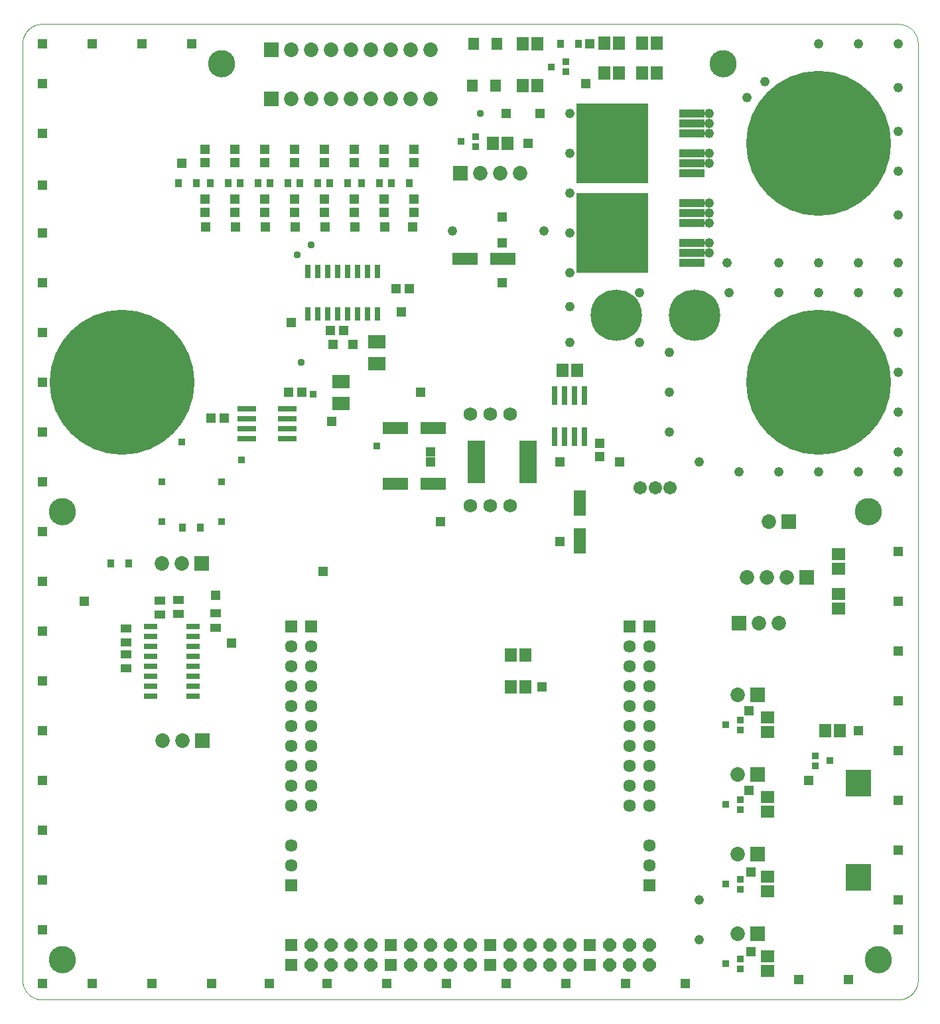
<source format=gts>
G75*
%MOIN*%
%OFA0B0*%
%FSLAX25Y25*%
%IPPOS*%
%LPD*%
%AMOC8*
5,1,8,0,0,1.08239X$1,22.5*
%
%ADD10C,0.00000*%
%ADD11R,0.04737X0.05131*%
%ADD12C,0.72800*%
%ADD13R,0.12611X0.03950*%
%ADD14R,0.36233X0.40170*%
%ADD15R,0.05918X0.06706*%
%ADD16R,0.05524X0.06312*%
%ADD17R,0.03162X0.09461*%
%ADD18C,0.06800*%
%ADD19R,0.03556X0.03556*%
%ADD20C,0.06343*%
%ADD21R,0.06343X0.06343*%
%ADD22OC8,0.06343*%
%ADD23R,0.08674X0.21666*%
%ADD24R,0.12611X0.06312*%
%ADD25R,0.06312X0.12611*%
%ADD26R,0.05131X0.04737*%
%ADD27R,0.12611X0.13595*%
%ADD28C,0.07296*%
%ADD29R,0.07296X0.07296*%
%ADD30R,0.06706X0.05918*%
%ADD31C,0.13650*%
%ADD32R,0.03280X0.04068*%
%ADD33R,0.06902X0.03162*%
%ADD34R,0.05524X0.03950*%
%ADD35R,0.08674X0.07099*%
%ADD36R,0.03162X0.06902*%
%ADD37R,0.09461X0.03162*%
%ADD38C,0.06706*%
%ADD39C,0.25800*%
%ADD40R,0.04762X0.04762*%
%ADD41C,0.04762*%
%ADD42C,0.03778*%
%ADD43R,0.03778X0.03778*%
D10*
X0021800Y0021800D02*
X0451800Y0021800D01*
X0452042Y0021803D01*
X0452283Y0021812D01*
X0452524Y0021826D01*
X0452765Y0021847D01*
X0453005Y0021873D01*
X0453245Y0021905D01*
X0453484Y0021943D01*
X0453721Y0021986D01*
X0453958Y0022036D01*
X0454193Y0022091D01*
X0454427Y0022151D01*
X0454659Y0022218D01*
X0454890Y0022289D01*
X0455119Y0022367D01*
X0455346Y0022450D01*
X0455571Y0022538D01*
X0455794Y0022632D01*
X0456014Y0022731D01*
X0456232Y0022836D01*
X0456447Y0022945D01*
X0456660Y0023060D01*
X0456870Y0023180D01*
X0457076Y0023305D01*
X0457280Y0023435D01*
X0457481Y0023570D01*
X0457678Y0023710D01*
X0457872Y0023854D01*
X0458062Y0024003D01*
X0458248Y0024157D01*
X0458431Y0024315D01*
X0458610Y0024477D01*
X0458785Y0024644D01*
X0458956Y0024815D01*
X0459123Y0024990D01*
X0459285Y0025169D01*
X0459443Y0025352D01*
X0459597Y0025538D01*
X0459746Y0025728D01*
X0459890Y0025922D01*
X0460030Y0026119D01*
X0460165Y0026320D01*
X0460295Y0026524D01*
X0460420Y0026730D01*
X0460540Y0026940D01*
X0460655Y0027153D01*
X0460764Y0027368D01*
X0460869Y0027586D01*
X0460968Y0027806D01*
X0461062Y0028029D01*
X0461150Y0028254D01*
X0461233Y0028481D01*
X0461311Y0028710D01*
X0461382Y0028941D01*
X0461449Y0029173D01*
X0461509Y0029407D01*
X0461564Y0029642D01*
X0461614Y0029879D01*
X0461657Y0030116D01*
X0461695Y0030355D01*
X0461727Y0030595D01*
X0461753Y0030835D01*
X0461774Y0031076D01*
X0461788Y0031317D01*
X0461797Y0031558D01*
X0461800Y0031800D01*
X0461800Y0501800D01*
X0461797Y0502042D01*
X0461788Y0502283D01*
X0461774Y0502524D01*
X0461753Y0502765D01*
X0461727Y0503005D01*
X0461695Y0503245D01*
X0461657Y0503484D01*
X0461614Y0503721D01*
X0461564Y0503958D01*
X0461509Y0504193D01*
X0461449Y0504427D01*
X0461382Y0504659D01*
X0461311Y0504890D01*
X0461233Y0505119D01*
X0461150Y0505346D01*
X0461062Y0505571D01*
X0460968Y0505794D01*
X0460869Y0506014D01*
X0460764Y0506232D01*
X0460655Y0506447D01*
X0460540Y0506660D01*
X0460420Y0506870D01*
X0460295Y0507076D01*
X0460165Y0507280D01*
X0460030Y0507481D01*
X0459890Y0507678D01*
X0459746Y0507872D01*
X0459597Y0508062D01*
X0459443Y0508248D01*
X0459285Y0508431D01*
X0459123Y0508610D01*
X0458956Y0508785D01*
X0458785Y0508956D01*
X0458610Y0509123D01*
X0458431Y0509285D01*
X0458248Y0509443D01*
X0458062Y0509597D01*
X0457872Y0509746D01*
X0457678Y0509890D01*
X0457481Y0510030D01*
X0457280Y0510165D01*
X0457076Y0510295D01*
X0456870Y0510420D01*
X0456660Y0510540D01*
X0456447Y0510655D01*
X0456232Y0510764D01*
X0456014Y0510869D01*
X0455794Y0510968D01*
X0455571Y0511062D01*
X0455346Y0511150D01*
X0455119Y0511233D01*
X0454890Y0511311D01*
X0454659Y0511382D01*
X0454427Y0511449D01*
X0454193Y0511509D01*
X0453958Y0511564D01*
X0453721Y0511614D01*
X0453484Y0511657D01*
X0453245Y0511695D01*
X0453005Y0511727D01*
X0452765Y0511753D01*
X0452524Y0511774D01*
X0452283Y0511788D01*
X0452042Y0511797D01*
X0451800Y0511800D01*
X0021800Y0511800D01*
X0021558Y0511797D01*
X0021317Y0511788D01*
X0021076Y0511774D01*
X0020835Y0511753D01*
X0020595Y0511727D01*
X0020355Y0511695D01*
X0020116Y0511657D01*
X0019879Y0511614D01*
X0019642Y0511564D01*
X0019407Y0511509D01*
X0019173Y0511449D01*
X0018941Y0511382D01*
X0018710Y0511311D01*
X0018481Y0511233D01*
X0018254Y0511150D01*
X0018029Y0511062D01*
X0017806Y0510968D01*
X0017586Y0510869D01*
X0017368Y0510764D01*
X0017153Y0510655D01*
X0016940Y0510540D01*
X0016730Y0510420D01*
X0016524Y0510295D01*
X0016320Y0510165D01*
X0016119Y0510030D01*
X0015922Y0509890D01*
X0015728Y0509746D01*
X0015538Y0509597D01*
X0015352Y0509443D01*
X0015169Y0509285D01*
X0014990Y0509123D01*
X0014815Y0508956D01*
X0014644Y0508785D01*
X0014477Y0508610D01*
X0014315Y0508431D01*
X0014157Y0508248D01*
X0014003Y0508062D01*
X0013854Y0507872D01*
X0013710Y0507678D01*
X0013570Y0507481D01*
X0013435Y0507280D01*
X0013305Y0507076D01*
X0013180Y0506870D01*
X0013060Y0506660D01*
X0012945Y0506447D01*
X0012836Y0506232D01*
X0012731Y0506014D01*
X0012632Y0505794D01*
X0012538Y0505571D01*
X0012450Y0505346D01*
X0012367Y0505119D01*
X0012289Y0504890D01*
X0012218Y0504659D01*
X0012151Y0504427D01*
X0012091Y0504193D01*
X0012036Y0503958D01*
X0011986Y0503721D01*
X0011943Y0503484D01*
X0011905Y0503245D01*
X0011873Y0503005D01*
X0011847Y0502765D01*
X0011826Y0502524D01*
X0011812Y0502283D01*
X0011803Y0502042D01*
X0011800Y0501800D01*
X0011800Y0031800D01*
X0011803Y0031558D01*
X0011812Y0031317D01*
X0011826Y0031076D01*
X0011847Y0030835D01*
X0011873Y0030595D01*
X0011905Y0030355D01*
X0011943Y0030116D01*
X0011986Y0029879D01*
X0012036Y0029642D01*
X0012091Y0029407D01*
X0012151Y0029173D01*
X0012218Y0028941D01*
X0012289Y0028710D01*
X0012367Y0028481D01*
X0012450Y0028254D01*
X0012538Y0028029D01*
X0012632Y0027806D01*
X0012731Y0027586D01*
X0012836Y0027368D01*
X0012945Y0027153D01*
X0013060Y0026940D01*
X0013180Y0026730D01*
X0013305Y0026524D01*
X0013435Y0026320D01*
X0013570Y0026119D01*
X0013710Y0025922D01*
X0013854Y0025728D01*
X0014003Y0025538D01*
X0014157Y0025352D01*
X0014315Y0025169D01*
X0014477Y0024990D01*
X0014644Y0024815D01*
X0014815Y0024644D01*
X0014990Y0024477D01*
X0015169Y0024315D01*
X0015352Y0024157D01*
X0015538Y0024003D01*
X0015728Y0023854D01*
X0015922Y0023710D01*
X0016119Y0023570D01*
X0016320Y0023435D01*
X0016524Y0023305D01*
X0016730Y0023180D01*
X0016940Y0023060D01*
X0017153Y0022945D01*
X0017368Y0022836D01*
X0017586Y0022731D01*
X0017806Y0022632D01*
X0018029Y0022538D01*
X0018254Y0022450D01*
X0018481Y0022367D01*
X0018710Y0022289D01*
X0018941Y0022218D01*
X0019173Y0022151D01*
X0019407Y0022091D01*
X0019642Y0022036D01*
X0019879Y0021986D01*
X0020116Y0021943D01*
X0020355Y0021905D01*
X0020595Y0021873D01*
X0020835Y0021847D01*
X0021076Y0021826D01*
X0021317Y0021812D01*
X0021558Y0021803D01*
X0021800Y0021800D01*
X0025375Y0041800D02*
X0025377Y0041960D01*
X0025383Y0042120D01*
X0025393Y0042280D01*
X0025407Y0042440D01*
X0025425Y0042599D01*
X0025447Y0042758D01*
X0025473Y0042916D01*
X0025502Y0043073D01*
X0025536Y0043230D01*
X0025574Y0043385D01*
X0025615Y0043540D01*
X0025660Y0043694D01*
X0025710Y0043846D01*
X0025762Y0043997D01*
X0025819Y0044147D01*
X0025880Y0044296D01*
X0025944Y0044443D01*
X0026011Y0044588D01*
X0026083Y0044731D01*
X0026157Y0044873D01*
X0026236Y0045013D01*
X0026318Y0045150D01*
X0026403Y0045286D01*
X0026491Y0045419D01*
X0026583Y0045551D01*
X0026678Y0045679D01*
X0026777Y0045806D01*
X0026878Y0045930D01*
X0026983Y0046051D01*
X0027090Y0046170D01*
X0027201Y0046286D01*
X0027314Y0046399D01*
X0027430Y0046510D01*
X0027549Y0046617D01*
X0027670Y0046722D01*
X0027794Y0046823D01*
X0027921Y0046922D01*
X0028049Y0047017D01*
X0028181Y0047109D01*
X0028314Y0047197D01*
X0028450Y0047282D01*
X0028588Y0047364D01*
X0028727Y0047443D01*
X0028869Y0047517D01*
X0029012Y0047589D01*
X0029157Y0047656D01*
X0029304Y0047720D01*
X0029453Y0047781D01*
X0029603Y0047838D01*
X0029754Y0047890D01*
X0029906Y0047940D01*
X0030060Y0047985D01*
X0030215Y0048026D01*
X0030370Y0048064D01*
X0030527Y0048098D01*
X0030684Y0048127D01*
X0030842Y0048153D01*
X0031001Y0048175D01*
X0031160Y0048193D01*
X0031320Y0048207D01*
X0031480Y0048217D01*
X0031640Y0048223D01*
X0031800Y0048225D01*
X0031960Y0048223D01*
X0032120Y0048217D01*
X0032280Y0048207D01*
X0032440Y0048193D01*
X0032599Y0048175D01*
X0032758Y0048153D01*
X0032916Y0048127D01*
X0033073Y0048098D01*
X0033230Y0048064D01*
X0033385Y0048026D01*
X0033540Y0047985D01*
X0033694Y0047940D01*
X0033846Y0047890D01*
X0033997Y0047838D01*
X0034147Y0047781D01*
X0034296Y0047720D01*
X0034443Y0047656D01*
X0034588Y0047589D01*
X0034731Y0047517D01*
X0034873Y0047443D01*
X0035013Y0047364D01*
X0035150Y0047282D01*
X0035286Y0047197D01*
X0035419Y0047109D01*
X0035551Y0047017D01*
X0035679Y0046922D01*
X0035806Y0046823D01*
X0035930Y0046722D01*
X0036051Y0046617D01*
X0036170Y0046510D01*
X0036286Y0046399D01*
X0036399Y0046286D01*
X0036510Y0046170D01*
X0036617Y0046051D01*
X0036722Y0045930D01*
X0036823Y0045806D01*
X0036922Y0045679D01*
X0037017Y0045551D01*
X0037109Y0045419D01*
X0037197Y0045286D01*
X0037282Y0045150D01*
X0037364Y0045012D01*
X0037443Y0044873D01*
X0037517Y0044731D01*
X0037589Y0044588D01*
X0037656Y0044443D01*
X0037720Y0044296D01*
X0037781Y0044147D01*
X0037838Y0043997D01*
X0037890Y0043846D01*
X0037940Y0043694D01*
X0037985Y0043540D01*
X0038026Y0043385D01*
X0038064Y0043230D01*
X0038098Y0043073D01*
X0038127Y0042916D01*
X0038153Y0042758D01*
X0038175Y0042599D01*
X0038193Y0042440D01*
X0038207Y0042280D01*
X0038217Y0042120D01*
X0038223Y0041960D01*
X0038225Y0041800D01*
X0038223Y0041640D01*
X0038217Y0041480D01*
X0038207Y0041320D01*
X0038193Y0041160D01*
X0038175Y0041001D01*
X0038153Y0040842D01*
X0038127Y0040684D01*
X0038098Y0040527D01*
X0038064Y0040370D01*
X0038026Y0040215D01*
X0037985Y0040060D01*
X0037940Y0039906D01*
X0037890Y0039754D01*
X0037838Y0039603D01*
X0037781Y0039453D01*
X0037720Y0039304D01*
X0037656Y0039157D01*
X0037589Y0039012D01*
X0037517Y0038869D01*
X0037443Y0038727D01*
X0037364Y0038587D01*
X0037282Y0038450D01*
X0037197Y0038314D01*
X0037109Y0038181D01*
X0037017Y0038049D01*
X0036922Y0037921D01*
X0036823Y0037794D01*
X0036722Y0037670D01*
X0036617Y0037549D01*
X0036510Y0037430D01*
X0036399Y0037314D01*
X0036286Y0037201D01*
X0036170Y0037090D01*
X0036051Y0036983D01*
X0035930Y0036878D01*
X0035806Y0036777D01*
X0035679Y0036678D01*
X0035551Y0036583D01*
X0035419Y0036491D01*
X0035286Y0036403D01*
X0035150Y0036318D01*
X0035012Y0036236D01*
X0034873Y0036157D01*
X0034731Y0036083D01*
X0034588Y0036011D01*
X0034443Y0035944D01*
X0034296Y0035880D01*
X0034147Y0035819D01*
X0033997Y0035762D01*
X0033846Y0035710D01*
X0033694Y0035660D01*
X0033540Y0035615D01*
X0033385Y0035574D01*
X0033230Y0035536D01*
X0033073Y0035502D01*
X0032916Y0035473D01*
X0032758Y0035447D01*
X0032599Y0035425D01*
X0032440Y0035407D01*
X0032280Y0035393D01*
X0032120Y0035383D01*
X0031960Y0035377D01*
X0031800Y0035375D01*
X0031640Y0035377D01*
X0031480Y0035383D01*
X0031320Y0035393D01*
X0031160Y0035407D01*
X0031001Y0035425D01*
X0030842Y0035447D01*
X0030684Y0035473D01*
X0030527Y0035502D01*
X0030370Y0035536D01*
X0030215Y0035574D01*
X0030060Y0035615D01*
X0029906Y0035660D01*
X0029754Y0035710D01*
X0029603Y0035762D01*
X0029453Y0035819D01*
X0029304Y0035880D01*
X0029157Y0035944D01*
X0029012Y0036011D01*
X0028869Y0036083D01*
X0028727Y0036157D01*
X0028587Y0036236D01*
X0028450Y0036318D01*
X0028314Y0036403D01*
X0028181Y0036491D01*
X0028049Y0036583D01*
X0027921Y0036678D01*
X0027794Y0036777D01*
X0027670Y0036878D01*
X0027549Y0036983D01*
X0027430Y0037090D01*
X0027314Y0037201D01*
X0027201Y0037314D01*
X0027090Y0037430D01*
X0026983Y0037549D01*
X0026878Y0037670D01*
X0026777Y0037794D01*
X0026678Y0037921D01*
X0026583Y0038049D01*
X0026491Y0038181D01*
X0026403Y0038314D01*
X0026318Y0038450D01*
X0026236Y0038588D01*
X0026157Y0038727D01*
X0026083Y0038869D01*
X0026011Y0039012D01*
X0025944Y0039157D01*
X0025880Y0039304D01*
X0025819Y0039453D01*
X0025762Y0039603D01*
X0025710Y0039754D01*
X0025660Y0039906D01*
X0025615Y0040060D01*
X0025574Y0040215D01*
X0025536Y0040370D01*
X0025502Y0040527D01*
X0025473Y0040684D01*
X0025447Y0040842D01*
X0025425Y0041001D01*
X0025407Y0041160D01*
X0025393Y0041320D01*
X0025383Y0041480D01*
X0025377Y0041640D01*
X0025375Y0041800D01*
X0025375Y0266800D02*
X0025377Y0266960D01*
X0025383Y0267120D01*
X0025393Y0267280D01*
X0025407Y0267440D01*
X0025425Y0267599D01*
X0025447Y0267758D01*
X0025473Y0267916D01*
X0025502Y0268073D01*
X0025536Y0268230D01*
X0025574Y0268385D01*
X0025615Y0268540D01*
X0025660Y0268694D01*
X0025710Y0268846D01*
X0025762Y0268997D01*
X0025819Y0269147D01*
X0025880Y0269296D01*
X0025944Y0269443D01*
X0026011Y0269588D01*
X0026083Y0269731D01*
X0026157Y0269873D01*
X0026236Y0270013D01*
X0026318Y0270150D01*
X0026403Y0270286D01*
X0026491Y0270419D01*
X0026583Y0270551D01*
X0026678Y0270679D01*
X0026777Y0270806D01*
X0026878Y0270930D01*
X0026983Y0271051D01*
X0027090Y0271170D01*
X0027201Y0271286D01*
X0027314Y0271399D01*
X0027430Y0271510D01*
X0027549Y0271617D01*
X0027670Y0271722D01*
X0027794Y0271823D01*
X0027921Y0271922D01*
X0028049Y0272017D01*
X0028181Y0272109D01*
X0028314Y0272197D01*
X0028450Y0272282D01*
X0028588Y0272364D01*
X0028727Y0272443D01*
X0028869Y0272517D01*
X0029012Y0272589D01*
X0029157Y0272656D01*
X0029304Y0272720D01*
X0029453Y0272781D01*
X0029603Y0272838D01*
X0029754Y0272890D01*
X0029906Y0272940D01*
X0030060Y0272985D01*
X0030215Y0273026D01*
X0030370Y0273064D01*
X0030527Y0273098D01*
X0030684Y0273127D01*
X0030842Y0273153D01*
X0031001Y0273175D01*
X0031160Y0273193D01*
X0031320Y0273207D01*
X0031480Y0273217D01*
X0031640Y0273223D01*
X0031800Y0273225D01*
X0031960Y0273223D01*
X0032120Y0273217D01*
X0032280Y0273207D01*
X0032440Y0273193D01*
X0032599Y0273175D01*
X0032758Y0273153D01*
X0032916Y0273127D01*
X0033073Y0273098D01*
X0033230Y0273064D01*
X0033385Y0273026D01*
X0033540Y0272985D01*
X0033694Y0272940D01*
X0033846Y0272890D01*
X0033997Y0272838D01*
X0034147Y0272781D01*
X0034296Y0272720D01*
X0034443Y0272656D01*
X0034588Y0272589D01*
X0034731Y0272517D01*
X0034873Y0272443D01*
X0035013Y0272364D01*
X0035150Y0272282D01*
X0035286Y0272197D01*
X0035419Y0272109D01*
X0035551Y0272017D01*
X0035679Y0271922D01*
X0035806Y0271823D01*
X0035930Y0271722D01*
X0036051Y0271617D01*
X0036170Y0271510D01*
X0036286Y0271399D01*
X0036399Y0271286D01*
X0036510Y0271170D01*
X0036617Y0271051D01*
X0036722Y0270930D01*
X0036823Y0270806D01*
X0036922Y0270679D01*
X0037017Y0270551D01*
X0037109Y0270419D01*
X0037197Y0270286D01*
X0037282Y0270150D01*
X0037364Y0270012D01*
X0037443Y0269873D01*
X0037517Y0269731D01*
X0037589Y0269588D01*
X0037656Y0269443D01*
X0037720Y0269296D01*
X0037781Y0269147D01*
X0037838Y0268997D01*
X0037890Y0268846D01*
X0037940Y0268694D01*
X0037985Y0268540D01*
X0038026Y0268385D01*
X0038064Y0268230D01*
X0038098Y0268073D01*
X0038127Y0267916D01*
X0038153Y0267758D01*
X0038175Y0267599D01*
X0038193Y0267440D01*
X0038207Y0267280D01*
X0038217Y0267120D01*
X0038223Y0266960D01*
X0038225Y0266800D01*
X0038223Y0266640D01*
X0038217Y0266480D01*
X0038207Y0266320D01*
X0038193Y0266160D01*
X0038175Y0266001D01*
X0038153Y0265842D01*
X0038127Y0265684D01*
X0038098Y0265527D01*
X0038064Y0265370D01*
X0038026Y0265215D01*
X0037985Y0265060D01*
X0037940Y0264906D01*
X0037890Y0264754D01*
X0037838Y0264603D01*
X0037781Y0264453D01*
X0037720Y0264304D01*
X0037656Y0264157D01*
X0037589Y0264012D01*
X0037517Y0263869D01*
X0037443Y0263727D01*
X0037364Y0263587D01*
X0037282Y0263450D01*
X0037197Y0263314D01*
X0037109Y0263181D01*
X0037017Y0263049D01*
X0036922Y0262921D01*
X0036823Y0262794D01*
X0036722Y0262670D01*
X0036617Y0262549D01*
X0036510Y0262430D01*
X0036399Y0262314D01*
X0036286Y0262201D01*
X0036170Y0262090D01*
X0036051Y0261983D01*
X0035930Y0261878D01*
X0035806Y0261777D01*
X0035679Y0261678D01*
X0035551Y0261583D01*
X0035419Y0261491D01*
X0035286Y0261403D01*
X0035150Y0261318D01*
X0035012Y0261236D01*
X0034873Y0261157D01*
X0034731Y0261083D01*
X0034588Y0261011D01*
X0034443Y0260944D01*
X0034296Y0260880D01*
X0034147Y0260819D01*
X0033997Y0260762D01*
X0033846Y0260710D01*
X0033694Y0260660D01*
X0033540Y0260615D01*
X0033385Y0260574D01*
X0033230Y0260536D01*
X0033073Y0260502D01*
X0032916Y0260473D01*
X0032758Y0260447D01*
X0032599Y0260425D01*
X0032440Y0260407D01*
X0032280Y0260393D01*
X0032120Y0260383D01*
X0031960Y0260377D01*
X0031800Y0260375D01*
X0031640Y0260377D01*
X0031480Y0260383D01*
X0031320Y0260393D01*
X0031160Y0260407D01*
X0031001Y0260425D01*
X0030842Y0260447D01*
X0030684Y0260473D01*
X0030527Y0260502D01*
X0030370Y0260536D01*
X0030215Y0260574D01*
X0030060Y0260615D01*
X0029906Y0260660D01*
X0029754Y0260710D01*
X0029603Y0260762D01*
X0029453Y0260819D01*
X0029304Y0260880D01*
X0029157Y0260944D01*
X0029012Y0261011D01*
X0028869Y0261083D01*
X0028727Y0261157D01*
X0028587Y0261236D01*
X0028450Y0261318D01*
X0028314Y0261403D01*
X0028181Y0261491D01*
X0028049Y0261583D01*
X0027921Y0261678D01*
X0027794Y0261777D01*
X0027670Y0261878D01*
X0027549Y0261983D01*
X0027430Y0262090D01*
X0027314Y0262201D01*
X0027201Y0262314D01*
X0027090Y0262430D01*
X0026983Y0262549D01*
X0026878Y0262670D01*
X0026777Y0262794D01*
X0026678Y0262921D01*
X0026583Y0263049D01*
X0026491Y0263181D01*
X0026403Y0263314D01*
X0026318Y0263450D01*
X0026236Y0263588D01*
X0026157Y0263727D01*
X0026083Y0263869D01*
X0026011Y0264012D01*
X0025944Y0264157D01*
X0025880Y0264304D01*
X0025819Y0264453D01*
X0025762Y0264603D01*
X0025710Y0264754D01*
X0025660Y0264906D01*
X0025615Y0265060D01*
X0025574Y0265215D01*
X0025536Y0265370D01*
X0025502Y0265527D01*
X0025473Y0265684D01*
X0025447Y0265842D01*
X0025425Y0266001D01*
X0025407Y0266160D01*
X0025393Y0266320D01*
X0025383Y0266480D01*
X0025377Y0266640D01*
X0025375Y0266800D01*
X0105375Y0491800D02*
X0105377Y0491960D01*
X0105383Y0492120D01*
X0105393Y0492280D01*
X0105407Y0492440D01*
X0105425Y0492599D01*
X0105447Y0492758D01*
X0105473Y0492916D01*
X0105502Y0493073D01*
X0105536Y0493230D01*
X0105574Y0493385D01*
X0105615Y0493540D01*
X0105660Y0493694D01*
X0105710Y0493846D01*
X0105762Y0493997D01*
X0105819Y0494147D01*
X0105880Y0494296D01*
X0105944Y0494443D01*
X0106011Y0494588D01*
X0106083Y0494731D01*
X0106157Y0494873D01*
X0106236Y0495013D01*
X0106318Y0495150D01*
X0106403Y0495286D01*
X0106491Y0495419D01*
X0106583Y0495551D01*
X0106678Y0495679D01*
X0106777Y0495806D01*
X0106878Y0495930D01*
X0106983Y0496051D01*
X0107090Y0496170D01*
X0107201Y0496286D01*
X0107314Y0496399D01*
X0107430Y0496510D01*
X0107549Y0496617D01*
X0107670Y0496722D01*
X0107794Y0496823D01*
X0107921Y0496922D01*
X0108049Y0497017D01*
X0108181Y0497109D01*
X0108314Y0497197D01*
X0108450Y0497282D01*
X0108588Y0497364D01*
X0108727Y0497443D01*
X0108869Y0497517D01*
X0109012Y0497589D01*
X0109157Y0497656D01*
X0109304Y0497720D01*
X0109453Y0497781D01*
X0109603Y0497838D01*
X0109754Y0497890D01*
X0109906Y0497940D01*
X0110060Y0497985D01*
X0110215Y0498026D01*
X0110370Y0498064D01*
X0110527Y0498098D01*
X0110684Y0498127D01*
X0110842Y0498153D01*
X0111001Y0498175D01*
X0111160Y0498193D01*
X0111320Y0498207D01*
X0111480Y0498217D01*
X0111640Y0498223D01*
X0111800Y0498225D01*
X0111960Y0498223D01*
X0112120Y0498217D01*
X0112280Y0498207D01*
X0112440Y0498193D01*
X0112599Y0498175D01*
X0112758Y0498153D01*
X0112916Y0498127D01*
X0113073Y0498098D01*
X0113230Y0498064D01*
X0113385Y0498026D01*
X0113540Y0497985D01*
X0113694Y0497940D01*
X0113846Y0497890D01*
X0113997Y0497838D01*
X0114147Y0497781D01*
X0114296Y0497720D01*
X0114443Y0497656D01*
X0114588Y0497589D01*
X0114731Y0497517D01*
X0114873Y0497443D01*
X0115013Y0497364D01*
X0115150Y0497282D01*
X0115286Y0497197D01*
X0115419Y0497109D01*
X0115551Y0497017D01*
X0115679Y0496922D01*
X0115806Y0496823D01*
X0115930Y0496722D01*
X0116051Y0496617D01*
X0116170Y0496510D01*
X0116286Y0496399D01*
X0116399Y0496286D01*
X0116510Y0496170D01*
X0116617Y0496051D01*
X0116722Y0495930D01*
X0116823Y0495806D01*
X0116922Y0495679D01*
X0117017Y0495551D01*
X0117109Y0495419D01*
X0117197Y0495286D01*
X0117282Y0495150D01*
X0117364Y0495012D01*
X0117443Y0494873D01*
X0117517Y0494731D01*
X0117589Y0494588D01*
X0117656Y0494443D01*
X0117720Y0494296D01*
X0117781Y0494147D01*
X0117838Y0493997D01*
X0117890Y0493846D01*
X0117940Y0493694D01*
X0117985Y0493540D01*
X0118026Y0493385D01*
X0118064Y0493230D01*
X0118098Y0493073D01*
X0118127Y0492916D01*
X0118153Y0492758D01*
X0118175Y0492599D01*
X0118193Y0492440D01*
X0118207Y0492280D01*
X0118217Y0492120D01*
X0118223Y0491960D01*
X0118225Y0491800D01*
X0118223Y0491640D01*
X0118217Y0491480D01*
X0118207Y0491320D01*
X0118193Y0491160D01*
X0118175Y0491001D01*
X0118153Y0490842D01*
X0118127Y0490684D01*
X0118098Y0490527D01*
X0118064Y0490370D01*
X0118026Y0490215D01*
X0117985Y0490060D01*
X0117940Y0489906D01*
X0117890Y0489754D01*
X0117838Y0489603D01*
X0117781Y0489453D01*
X0117720Y0489304D01*
X0117656Y0489157D01*
X0117589Y0489012D01*
X0117517Y0488869D01*
X0117443Y0488727D01*
X0117364Y0488587D01*
X0117282Y0488450D01*
X0117197Y0488314D01*
X0117109Y0488181D01*
X0117017Y0488049D01*
X0116922Y0487921D01*
X0116823Y0487794D01*
X0116722Y0487670D01*
X0116617Y0487549D01*
X0116510Y0487430D01*
X0116399Y0487314D01*
X0116286Y0487201D01*
X0116170Y0487090D01*
X0116051Y0486983D01*
X0115930Y0486878D01*
X0115806Y0486777D01*
X0115679Y0486678D01*
X0115551Y0486583D01*
X0115419Y0486491D01*
X0115286Y0486403D01*
X0115150Y0486318D01*
X0115012Y0486236D01*
X0114873Y0486157D01*
X0114731Y0486083D01*
X0114588Y0486011D01*
X0114443Y0485944D01*
X0114296Y0485880D01*
X0114147Y0485819D01*
X0113997Y0485762D01*
X0113846Y0485710D01*
X0113694Y0485660D01*
X0113540Y0485615D01*
X0113385Y0485574D01*
X0113230Y0485536D01*
X0113073Y0485502D01*
X0112916Y0485473D01*
X0112758Y0485447D01*
X0112599Y0485425D01*
X0112440Y0485407D01*
X0112280Y0485393D01*
X0112120Y0485383D01*
X0111960Y0485377D01*
X0111800Y0485375D01*
X0111640Y0485377D01*
X0111480Y0485383D01*
X0111320Y0485393D01*
X0111160Y0485407D01*
X0111001Y0485425D01*
X0110842Y0485447D01*
X0110684Y0485473D01*
X0110527Y0485502D01*
X0110370Y0485536D01*
X0110215Y0485574D01*
X0110060Y0485615D01*
X0109906Y0485660D01*
X0109754Y0485710D01*
X0109603Y0485762D01*
X0109453Y0485819D01*
X0109304Y0485880D01*
X0109157Y0485944D01*
X0109012Y0486011D01*
X0108869Y0486083D01*
X0108727Y0486157D01*
X0108587Y0486236D01*
X0108450Y0486318D01*
X0108314Y0486403D01*
X0108181Y0486491D01*
X0108049Y0486583D01*
X0107921Y0486678D01*
X0107794Y0486777D01*
X0107670Y0486878D01*
X0107549Y0486983D01*
X0107430Y0487090D01*
X0107314Y0487201D01*
X0107201Y0487314D01*
X0107090Y0487430D01*
X0106983Y0487549D01*
X0106878Y0487670D01*
X0106777Y0487794D01*
X0106678Y0487921D01*
X0106583Y0488049D01*
X0106491Y0488181D01*
X0106403Y0488314D01*
X0106318Y0488450D01*
X0106236Y0488588D01*
X0106157Y0488727D01*
X0106083Y0488869D01*
X0106011Y0489012D01*
X0105944Y0489157D01*
X0105880Y0489304D01*
X0105819Y0489453D01*
X0105762Y0489603D01*
X0105710Y0489754D01*
X0105660Y0489906D01*
X0105615Y0490060D01*
X0105574Y0490215D01*
X0105536Y0490370D01*
X0105502Y0490527D01*
X0105473Y0490684D01*
X0105447Y0490842D01*
X0105425Y0491001D01*
X0105407Y0491160D01*
X0105393Y0491320D01*
X0105383Y0491480D01*
X0105377Y0491640D01*
X0105375Y0491800D01*
X0357375Y0491800D02*
X0357377Y0491960D01*
X0357383Y0492120D01*
X0357393Y0492280D01*
X0357407Y0492440D01*
X0357425Y0492599D01*
X0357447Y0492758D01*
X0357473Y0492916D01*
X0357502Y0493073D01*
X0357536Y0493230D01*
X0357574Y0493385D01*
X0357615Y0493540D01*
X0357660Y0493694D01*
X0357710Y0493846D01*
X0357762Y0493997D01*
X0357819Y0494147D01*
X0357880Y0494296D01*
X0357944Y0494443D01*
X0358011Y0494588D01*
X0358083Y0494731D01*
X0358157Y0494873D01*
X0358236Y0495013D01*
X0358318Y0495150D01*
X0358403Y0495286D01*
X0358491Y0495419D01*
X0358583Y0495551D01*
X0358678Y0495679D01*
X0358777Y0495806D01*
X0358878Y0495930D01*
X0358983Y0496051D01*
X0359090Y0496170D01*
X0359201Y0496286D01*
X0359314Y0496399D01*
X0359430Y0496510D01*
X0359549Y0496617D01*
X0359670Y0496722D01*
X0359794Y0496823D01*
X0359921Y0496922D01*
X0360049Y0497017D01*
X0360181Y0497109D01*
X0360314Y0497197D01*
X0360450Y0497282D01*
X0360588Y0497364D01*
X0360727Y0497443D01*
X0360869Y0497517D01*
X0361012Y0497589D01*
X0361157Y0497656D01*
X0361304Y0497720D01*
X0361453Y0497781D01*
X0361603Y0497838D01*
X0361754Y0497890D01*
X0361906Y0497940D01*
X0362060Y0497985D01*
X0362215Y0498026D01*
X0362370Y0498064D01*
X0362527Y0498098D01*
X0362684Y0498127D01*
X0362842Y0498153D01*
X0363001Y0498175D01*
X0363160Y0498193D01*
X0363320Y0498207D01*
X0363480Y0498217D01*
X0363640Y0498223D01*
X0363800Y0498225D01*
X0363960Y0498223D01*
X0364120Y0498217D01*
X0364280Y0498207D01*
X0364440Y0498193D01*
X0364599Y0498175D01*
X0364758Y0498153D01*
X0364916Y0498127D01*
X0365073Y0498098D01*
X0365230Y0498064D01*
X0365385Y0498026D01*
X0365540Y0497985D01*
X0365694Y0497940D01*
X0365846Y0497890D01*
X0365997Y0497838D01*
X0366147Y0497781D01*
X0366296Y0497720D01*
X0366443Y0497656D01*
X0366588Y0497589D01*
X0366731Y0497517D01*
X0366873Y0497443D01*
X0367013Y0497364D01*
X0367150Y0497282D01*
X0367286Y0497197D01*
X0367419Y0497109D01*
X0367551Y0497017D01*
X0367679Y0496922D01*
X0367806Y0496823D01*
X0367930Y0496722D01*
X0368051Y0496617D01*
X0368170Y0496510D01*
X0368286Y0496399D01*
X0368399Y0496286D01*
X0368510Y0496170D01*
X0368617Y0496051D01*
X0368722Y0495930D01*
X0368823Y0495806D01*
X0368922Y0495679D01*
X0369017Y0495551D01*
X0369109Y0495419D01*
X0369197Y0495286D01*
X0369282Y0495150D01*
X0369364Y0495012D01*
X0369443Y0494873D01*
X0369517Y0494731D01*
X0369589Y0494588D01*
X0369656Y0494443D01*
X0369720Y0494296D01*
X0369781Y0494147D01*
X0369838Y0493997D01*
X0369890Y0493846D01*
X0369940Y0493694D01*
X0369985Y0493540D01*
X0370026Y0493385D01*
X0370064Y0493230D01*
X0370098Y0493073D01*
X0370127Y0492916D01*
X0370153Y0492758D01*
X0370175Y0492599D01*
X0370193Y0492440D01*
X0370207Y0492280D01*
X0370217Y0492120D01*
X0370223Y0491960D01*
X0370225Y0491800D01*
X0370223Y0491640D01*
X0370217Y0491480D01*
X0370207Y0491320D01*
X0370193Y0491160D01*
X0370175Y0491001D01*
X0370153Y0490842D01*
X0370127Y0490684D01*
X0370098Y0490527D01*
X0370064Y0490370D01*
X0370026Y0490215D01*
X0369985Y0490060D01*
X0369940Y0489906D01*
X0369890Y0489754D01*
X0369838Y0489603D01*
X0369781Y0489453D01*
X0369720Y0489304D01*
X0369656Y0489157D01*
X0369589Y0489012D01*
X0369517Y0488869D01*
X0369443Y0488727D01*
X0369364Y0488587D01*
X0369282Y0488450D01*
X0369197Y0488314D01*
X0369109Y0488181D01*
X0369017Y0488049D01*
X0368922Y0487921D01*
X0368823Y0487794D01*
X0368722Y0487670D01*
X0368617Y0487549D01*
X0368510Y0487430D01*
X0368399Y0487314D01*
X0368286Y0487201D01*
X0368170Y0487090D01*
X0368051Y0486983D01*
X0367930Y0486878D01*
X0367806Y0486777D01*
X0367679Y0486678D01*
X0367551Y0486583D01*
X0367419Y0486491D01*
X0367286Y0486403D01*
X0367150Y0486318D01*
X0367012Y0486236D01*
X0366873Y0486157D01*
X0366731Y0486083D01*
X0366588Y0486011D01*
X0366443Y0485944D01*
X0366296Y0485880D01*
X0366147Y0485819D01*
X0365997Y0485762D01*
X0365846Y0485710D01*
X0365694Y0485660D01*
X0365540Y0485615D01*
X0365385Y0485574D01*
X0365230Y0485536D01*
X0365073Y0485502D01*
X0364916Y0485473D01*
X0364758Y0485447D01*
X0364599Y0485425D01*
X0364440Y0485407D01*
X0364280Y0485393D01*
X0364120Y0485383D01*
X0363960Y0485377D01*
X0363800Y0485375D01*
X0363640Y0485377D01*
X0363480Y0485383D01*
X0363320Y0485393D01*
X0363160Y0485407D01*
X0363001Y0485425D01*
X0362842Y0485447D01*
X0362684Y0485473D01*
X0362527Y0485502D01*
X0362370Y0485536D01*
X0362215Y0485574D01*
X0362060Y0485615D01*
X0361906Y0485660D01*
X0361754Y0485710D01*
X0361603Y0485762D01*
X0361453Y0485819D01*
X0361304Y0485880D01*
X0361157Y0485944D01*
X0361012Y0486011D01*
X0360869Y0486083D01*
X0360727Y0486157D01*
X0360587Y0486236D01*
X0360450Y0486318D01*
X0360314Y0486403D01*
X0360181Y0486491D01*
X0360049Y0486583D01*
X0359921Y0486678D01*
X0359794Y0486777D01*
X0359670Y0486878D01*
X0359549Y0486983D01*
X0359430Y0487090D01*
X0359314Y0487201D01*
X0359201Y0487314D01*
X0359090Y0487430D01*
X0358983Y0487549D01*
X0358878Y0487670D01*
X0358777Y0487794D01*
X0358678Y0487921D01*
X0358583Y0488049D01*
X0358491Y0488181D01*
X0358403Y0488314D01*
X0358318Y0488450D01*
X0358236Y0488588D01*
X0358157Y0488727D01*
X0358083Y0488869D01*
X0358011Y0489012D01*
X0357944Y0489157D01*
X0357880Y0489304D01*
X0357819Y0489453D01*
X0357762Y0489603D01*
X0357710Y0489754D01*
X0357660Y0489906D01*
X0357615Y0490060D01*
X0357574Y0490215D01*
X0357536Y0490370D01*
X0357502Y0490527D01*
X0357473Y0490684D01*
X0357447Y0490842D01*
X0357425Y0491001D01*
X0357407Y0491160D01*
X0357393Y0491320D01*
X0357383Y0491480D01*
X0357377Y0491640D01*
X0357375Y0491800D01*
X0430375Y0266800D02*
X0430377Y0266960D01*
X0430383Y0267120D01*
X0430393Y0267280D01*
X0430407Y0267440D01*
X0430425Y0267599D01*
X0430447Y0267758D01*
X0430473Y0267916D01*
X0430502Y0268073D01*
X0430536Y0268230D01*
X0430574Y0268385D01*
X0430615Y0268540D01*
X0430660Y0268694D01*
X0430710Y0268846D01*
X0430762Y0268997D01*
X0430819Y0269147D01*
X0430880Y0269296D01*
X0430944Y0269443D01*
X0431011Y0269588D01*
X0431083Y0269731D01*
X0431157Y0269873D01*
X0431236Y0270013D01*
X0431318Y0270150D01*
X0431403Y0270286D01*
X0431491Y0270419D01*
X0431583Y0270551D01*
X0431678Y0270679D01*
X0431777Y0270806D01*
X0431878Y0270930D01*
X0431983Y0271051D01*
X0432090Y0271170D01*
X0432201Y0271286D01*
X0432314Y0271399D01*
X0432430Y0271510D01*
X0432549Y0271617D01*
X0432670Y0271722D01*
X0432794Y0271823D01*
X0432921Y0271922D01*
X0433049Y0272017D01*
X0433181Y0272109D01*
X0433314Y0272197D01*
X0433450Y0272282D01*
X0433588Y0272364D01*
X0433727Y0272443D01*
X0433869Y0272517D01*
X0434012Y0272589D01*
X0434157Y0272656D01*
X0434304Y0272720D01*
X0434453Y0272781D01*
X0434603Y0272838D01*
X0434754Y0272890D01*
X0434906Y0272940D01*
X0435060Y0272985D01*
X0435215Y0273026D01*
X0435370Y0273064D01*
X0435527Y0273098D01*
X0435684Y0273127D01*
X0435842Y0273153D01*
X0436001Y0273175D01*
X0436160Y0273193D01*
X0436320Y0273207D01*
X0436480Y0273217D01*
X0436640Y0273223D01*
X0436800Y0273225D01*
X0436960Y0273223D01*
X0437120Y0273217D01*
X0437280Y0273207D01*
X0437440Y0273193D01*
X0437599Y0273175D01*
X0437758Y0273153D01*
X0437916Y0273127D01*
X0438073Y0273098D01*
X0438230Y0273064D01*
X0438385Y0273026D01*
X0438540Y0272985D01*
X0438694Y0272940D01*
X0438846Y0272890D01*
X0438997Y0272838D01*
X0439147Y0272781D01*
X0439296Y0272720D01*
X0439443Y0272656D01*
X0439588Y0272589D01*
X0439731Y0272517D01*
X0439873Y0272443D01*
X0440013Y0272364D01*
X0440150Y0272282D01*
X0440286Y0272197D01*
X0440419Y0272109D01*
X0440551Y0272017D01*
X0440679Y0271922D01*
X0440806Y0271823D01*
X0440930Y0271722D01*
X0441051Y0271617D01*
X0441170Y0271510D01*
X0441286Y0271399D01*
X0441399Y0271286D01*
X0441510Y0271170D01*
X0441617Y0271051D01*
X0441722Y0270930D01*
X0441823Y0270806D01*
X0441922Y0270679D01*
X0442017Y0270551D01*
X0442109Y0270419D01*
X0442197Y0270286D01*
X0442282Y0270150D01*
X0442364Y0270012D01*
X0442443Y0269873D01*
X0442517Y0269731D01*
X0442589Y0269588D01*
X0442656Y0269443D01*
X0442720Y0269296D01*
X0442781Y0269147D01*
X0442838Y0268997D01*
X0442890Y0268846D01*
X0442940Y0268694D01*
X0442985Y0268540D01*
X0443026Y0268385D01*
X0443064Y0268230D01*
X0443098Y0268073D01*
X0443127Y0267916D01*
X0443153Y0267758D01*
X0443175Y0267599D01*
X0443193Y0267440D01*
X0443207Y0267280D01*
X0443217Y0267120D01*
X0443223Y0266960D01*
X0443225Y0266800D01*
X0443223Y0266640D01*
X0443217Y0266480D01*
X0443207Y0266320D01*
X0443193Y0266160D01*
X0443175Y0266001D01*
X0443153Y0265842D01*
X0443127Y0265684D01*
X0443098Y0265527D01*
X0443064Y0265370D01*
X0443026Y0265215D01*
X0442985Y0265060D01*
X0442940Y0264906D01*
X0442890Y0264754D01*
X0442838Y0264603D01*
X0442781Y0264453D01*
X0442720Y0264304D01*
X0442656Y0264157D01*
X0442589Y0264012D01*
X0442517Y0263869D01*
X0442443Y0263727D01*
X0442364Y0263587D01*
X0442282Y0263450D01*
X0442197Y0263314D01*
X0442109Y0263181D01*
X0442017Y0263049D01*
X0441922Y0262921D01*
X0441823Y0262794D01*
X0441722Y0262670D01*
X0441617Y0262549D01*
X0441510Y0262430D01*
X0441399Y0262314D01*
X0441286Y0262201D01*
X0441170Y0262090D01*
X0441051Y0261983D01*
X0440930Y0261878D01*
X0440806Y0261777D01*
X0440679Y0261678D01*
X0440551Y0261583D01*
X0440419Y0261491D01*
X0440286Y0261403D01*
X0440150Y0261318D01*
X0440012Y0261236D01*
X0439873Y0261157D01*
X0439731Y0261083D01*
X0439588Y0261011D01*
X0439443Y0260944D01*
X0439296Y0260880D01*
X0439147Y0260819D01*
X0438997Y0260762D01*
X0438846Y0260710D01*
X0438694Y0260660D01*
X0438540Y0260615D01*
X0438385Y0260574D01*
X0438230Y0260536D01*
X0438073Y0260502D01*
X0437916Y0260473D01*
X0437758Y0260447D01*
X0437599Y0260425D01*
X0437440Y0260407D01*
X0437280Y0260393D01*
X0437120Y0260383D01*
X0436960Y0260377D01*
X0436800Y0260375D01*
X0436640Y0260377D01*
X0436480Y0260383D01*
X0436320Y0260393D01*
X0436160Y0260407D01*
X0436001Y0260425D01*
X0435842Y0260447D01*
X0435684Y0260473D01*
X0435527Y0260502D01*
X0435370Y0260536D01*
X0435215Y0260574D01*
X0435060Y0260615D01*
X0434906Y0260660D01*
X0434754Y0260710D01*
X0434603Y0260762D01*
X0434453Y0260819D01*
X0434304Y0260880D01*
X0434157Y0260944D01*
X0434012Y0261011D01*
X0433869Y0261083D01*
X0433727Y0261157D01*
X0433587Y0261236D01*
X0433450Y0261318D01*
X0433314Y0261403D01*
X0433181Y0261491D01*
X0433049Y0261583D01*
X0432921Y0261678D01*
X0432794Y0261777D01*
X0432670Y0261878D01*
X0432549Y0261983D01*
X0432430Y0262090D01*
X0432314Y0262201D01*
X0432201Y0262314D01*
X0432090Y0262430D01*
X0431983Y0262549D01*
X0431878Y0262670D01*
X0431777Y0262794D01*
X0431678Y0262921D01*
X0431583Y0263049D01*
X0431491Y0263181D01*
X0431403Y0263314D01*
X0431318Y0263450D01*
X0431236Y0263588D01*
X0431157Y0263727D01*
X0431083Y0263869D01*
X0431011Y0264012D01*
X0430944Y0264157D01*
X0430880Y0264304D01*
X0430819Y0264453D01*
X0430762Y0264603D01*
X0430710Y0264754D01*
X0430660Y0264906D01*
X0430615Y0265060D01*
X0430574Y0265215D01*
X0430536Y0265370D01*
X0430502Y0265527D01*
X0430473Y0265684D01*
X0430447Y0265842D01*
X0430425Y0266001D01*
X0430407Y0266160D01*
X0430393Y0266320D01*
X0430383Y0266480D01*
X0430377Y0266640D01*
X0430375Y0266800D01*
X0435375Y0041800D02*
X0435377Y0041960D01*
X0435383Y0042120D01*
X0435393Y0042280D01*
X0435407Y0042440D01*
X0435425Y0042599D01*
X0435447Y0042758D01*
X0435473Y0042916D01*
X0435502Y0043073D01*
X0435536Y0043230D01*
X0435574Y0043385D01*
X0435615Y0043540D01*
X0435660Y0043694D01*
X0435710Y0043846D01*
X0435762Y0043997D01*
X0435819Y0044147D01*
X0435880Y0044296D01*
X0435944Y0044443D01*
X0436011Y0044588D01*
X0436083Y0044731D01*
X0436157Y0044873D01*
X0436236Y0045013D01*
X0436318Y0045150D01*
X0436403Y0045286D01*
X0436491Y0045419D01*
X0436583Y0045551D01*
X0436678Y0045679D01*
X0436777Y0045806D01*
X0436878Y0045930D01*
X0436983Y0046051D01*
X0437090Y0046170D01*
X0437201Y0046286D01*
X0437314Y0046399D01*
X0437430Y0046510D01*
X0437549Y0046617D01*
X0437670Y0046722D01*
X0437794Y0046823D01*
X0437921Y0046922D01*
X0438049Y0047017D01*
X0438181Y0047109D01*
X0438314Y0047197D01*
X0438450Y0047282D01*
X0438588Y0047364D01*
X0438727Y0047443D01*
X0438869Y0047517D01*
X0439012Y0047589D01*
X0439157Y0047656D01*
X0439304Y0047720D01*
X0439453Y0047781D01*
X0439603Y0047838D01*
X0439754Y0047890D01*
X0439906Y0047940D01*
X0440060Y0047985D01*
X0440215Y0048026D01*
X0440370Y0048064D01*
X0440527Y0048098D01*
X0440684Y0048127D01*
X0440842Y0048153D01*
X0441001Y0048175D01*
X0441160Y0048193D01*
X0441320Y0048207D01*
X0441480Y0048217D01*
X0441640Y0048223D01*
X0441800Y0048225D01*
X0441960Y0048223D01*
X0442120Y0048217D01*
X0442280Y0048207D01*
X0442440Y0048193D01*
X0442599Y0048175D01*
X0442758Y0048153D01*
X0442916Y0048127D01*
X0443073Y0048098D01*
X0443230Y0048064D01*
X0443385Y0048026D01*
X0443540Y0047985D01*
X0443694Y0047940D01*
X0443846Y0047890D01*
X0443997Y0047838D01*
X0444147Y0047781D01*
X0444296Y0047720D01*
X0444443Y0047656D01*
X0444588Y0047589D01*
X0444731Y0047517D01*
X0444873Y0047443D01*
X0445013Y0047364D01*
X0445150Y0047282D01*
X0445286Y0047197D01*
X0445419Y0047109D01*
X0445551Y0047017D01*
X0445679Y0046922D01*
X0445806Y0046823D01*
X0445930Y0046722D01*
X0446051Y0046617D01*
X0446170Y0046510D01*
X0446286Y0046399D01*
X0446399Y0046286D01*
X0446510Y0046170D01*
X0446617Y0046051D01*
X0446722Y0045930D01*
X0446823Y0045806D01*
X0446922Y0045679D01*
X0447017Y0045551D01*
X0447109Y0045419D01*
X0447197Y0045286D01*
X0447282Y0045150D01*
X0447364Y0045012D01*
X0447443Y0044873D01*
X0447517Y0044731D01*
X0447589Y0044588D01*
X0447656Y0044443D01*
X0447720Y0044296D01*
X0447781Y0044147D01*
X0447838Y0043997D01*
X0447890Y0043846D01*
X0447940Y0043694D01*
X0447985Y0043540D01*
X0448026Y0043385D01*
X0448064Y0043230D01*
X0448098Y0043073D01*
X0448127Y0042916D01*
X0448153Y0042758D01*
X0448175Y0042599D01*
X0448193Y0042440D01*
X0448207Y0042280D01*
X0448217Y0042120D01*
X0448223Y0041960D01*
X0448225Y0041800D01*
X0448223Y0041640D01*
X0448217Y0041480D01*
X0448207Y0041320D01*
X0448193Y0041160D01*
X0448175Y0041001D01*
X0448153Y0040842D01*
X0448127Y0040684D01*
X0448098Y0040527D01*
X0448064Y0040370D01*
X0448026Y0040215D01*
X0447985Y0040060D01*
X0447940Y0039906D01*
X0447890Y0039754D01*
X0447838Y0039603D01*
X0447781Y0039453D01*
X0447720Y0039304D01*
X0447656Y0039157D01*
X0447589Y0039012D01*
X0447517Y0038869D01*
X0447443Y0038727D01*
X0447364Y0038587D01*
X0447282Y0038450D01*
X0447197Y0038314D01*
X0447109Y0038181D01*
X0447017Y0038049D01*
X0446922Y0037921D01*
X0446823Y0037794D01*
X0446722Y0037670D01*
X0446617Y0037549D01*
X0446510Y0037430D01*
X0446399Y0037314D01*
X0446286Y0037201D01*
X0446170Y0037090D01*
X0446051Y0036983D01*
X0445930Y0036878D01*
X0445806Y0036777D01*
X0445679Y0036678D01*
X0445551Y0036583D01*
X0445419Y0036491D01*
X0445286Y0036403D01*
X0445150Y0036318D01*
X0445012Y0036236D01*
X0444873Y0036157D01*
X0444731Y0036083D01*
X0444588Y0036011D01*
X0444443Y0035944D01*
X0444296Y0035880D01*
X0444147Y0035819D01*
X0443997Y0035762D01*
X0443846Y0035710D01*
X0443694Y0035660D01*
X0443540Y0035615D01*
X0443385Y0035574D01*
X0443230Y0035536D01*
X0443073Y0035502D01*
X0442916Y0035473D01*
X0442758Y0035447D01*
X0442599Y0035425D01*
X0442440Y0035407D01*
X0442280Y0035393D01*
X0442120Y0035383D01*
X0441960Y0035377D01*
X0441800Y0035375D01*
X0441640Y0035377D01*
X0441480Y0035383D01*
X0441320Y0035393D01*
X0441160Y0035407D01*
X0441001Y0035425D01*
X0440842Y0035447D01*
X0440684Y0035473D01*
X0440527Y0035502D01*
X0440370Y0035536D01*
X0440215Y0035574D01*
X0440060Y0035615D01*
X0439906Y0035660D01*
X0439754Y0035710D01*
X0439603Y0035762D01*
X0439453Y0035819D01*
X0439304Y0035880D01*
X0439157Y0035944D01*
X0439012Y0036011D01*
X0438869Y0036083D01*
X0438727Y0036157D01*
X0438587Y0036236D01*
X0438450Y0036318D01*
X0438314Y0036403D01*
X0438181Y0036491D01*
X0438049Y0036583D01*
X0437921Y0036678D01*
X0437794Y0036777D01*
X0437670Y0036878D01*
X0437549Y0036983D01*
X0437430Y0037090D01*
X0437314Y0037201D01*
X0437201Y0037314D01*
X0437090Y0037430D01*
X0436983Y0037549D01*
X0436878Y0037670D01*
X0436777Y0037794D01*
X0436678Y0037921D01*
X0436583Y0038049D01*
X0436491Y0038181D01*
X0436403Y0038314D01*
X0436318Y0038450D01*
X0436236Y0038588D01*
X0436157Y0038727D01*
X0436083Y0038869D01*
X0436011Y0039012D01*
X0435944Y0039157D01*
X0435880Y0039304D01*
X0435819Y0039453D01*
X0435762Y0039603D01*
X0435710Y0039754D01*
X0435660Y0039906D01*
X0435615Y0040060D01*
X0435574Y0040215D01*
X0435536Y0040370D01*
X0435502Y0040527D01*
X0435473Y0040684D01*
X0435447Y0040842D01*
X0435425Y0041001D01*
X0435407Y0041160D01*
X0435393Y0041320D01*
X0435383Y0041480D01*
X0435377Y0041640D01*
X0435375Y0041800D01*
D11*
X0301800Y0294454D03*
X0301800Y0301146D03*
X0208698Y0417097D03*
X0208698Y0423790D03*
X0193698Y0423790D03*
X0193698Y0417097D03*
X0178698Y0417097D03*
X0178698Y0423790D03*
X0163698Y0423790D03*
X0163698Y0417097D03*
X0148698Y0417097D03*
X0148698Y0423790D03*
X0133698Y0423790D03*
X0133698Y0417097D03*
X0118698Y0417097D03*
X0118698Y0423790D03*
X0103698Y0423790D03*
X0103698Y0417097D03*
D12*
X0061800Y0331800D03*
X0411800Y0331800D03*
X0411800Y0451800D03*
D13*
X0348050Y0446800D03*
X0348050Y0441800D03*
X0348050Y0436800D03*
X0348050Y0421800D03*
X0348050Y0416800D03*
X0348050Y0411800D03*
X0348050Y0401800D03*
X0348050Y0396800D03*
X0348050Y0391800D03*
X0348050Y0456800D03*
X0348050Y0461800D03*
X0348050Y0466800D03*
D14*
X0308276Y0451800D03*
X0308276Y0406800D03*
D15*
X0255540Y0451800D03*
X0248060Y0451800D03*
X0263060Y0480800D03*
X0270540Y0480800D03*
X0270540Y0501800D03*
X0263060Y0501800D03*
X0304060Y0502300D03*
X0311540Y0502300D03*
X0323060Y0502300D03*
X0330540Y0502300D03*
X0330540Y0487300D03*
X0323060Y0487300D03*
X0311540Y0487300D03*
X0304060Y0487300D03*
X0290540Y0337800D03*
X0283060Y0337800D03*
X0264540Y0194800D03*
X0257060Y0194800D03*
X0257060Y0178800D03*
X0264540Y0178800D03*
X0415060Y0156800D03*
X0422540Y0156800D03*
D16*
X0249706Y0480800D03*
X0237894Y0480800D03*
X0238394Y0501800D03*
X0250206Y0501800D03*
D17*
X0279062Y0325072D03*
X0284062Y0325072D03*
X0289062Y0325072D03*
X0294062Y0325072D03*
X0294062Y0304600D03*
X0289062Y0304600D03*
X0284062Y0304600D03*
X0279062Y0304600D03*
D18*
X0256800Y0315800D03*
X0246800Y0315800D03*
X0236800Y0315800D03*
X0236800Y0269800D03*
X0246800Y0269800D03*
X0256800Y0269800D03*
D19*
X0365158Y0159800D03*
X0372442Y0157241D03*
X0372442Y0162359D03*
X0372442Y0122359D03*
X0372442Y0117241D03*
X0365158Y0119800D03*
X0372442Y0082359D03*
X0372442Y0077241D03*
X0365158Y0079800D03*
X0372442Y0042359D03*
X0372442Y0037241D03*
X0365158Y0039800D03*
X0410158Y0139241D03*
X0410158Y0144359D03*
X0417442Y0141800D03*
X0239442Y0450241D03*
X0239442Y0455359D03*
X0232158Y0452800D03*
X0277658Y0490300D03*
X0284942Y0487741D03*
X0284942Y0492859D03*
D20*
X0316800Y0199300D03*
X0316800Y0189300D03*
X0316800Y0179300D03*
X0316800Y0169300D03*
X0316800Y0159300D03*
X0316800Y0149300D03*
X0316800Y0139300D03*
X0316800Y0129300D03*
X0316800Y0119300D03*
X0326800Y0119300D03*
X0326800Y0129300D03*
X0326800Y0139300D03*
X0326800Y0149300D03*
X0326800Y0159300D03*
X0326800Y0169300D03*
X0326800Y0179300D03*
X0326800Y0189300D03*
X0326800Y0199300D03*
X0326800Y0099300D03*
X0326800Y0089300D03*
X0156800Y0119300D03*
X0156800Y0129300D03*
X0156800Y0139300D03*
X0156800Y0149300D03*
X0156800Y0159300D03*
X0156800Y0169300D03*
X0156800Y0179300D03*
X0156800Y0189300D03*
X0156800Y0199300D03*
X0146800Y0199300D03*
X0146800Y0189300D03*
X0146800Y0179300D03*
X0146800Y0169300D03*
X0146800Y0159300D03*
X0146800Y0149300D03*
X0146800Y0139300D03*
X0146800Y0129300D03*
X0146800Y0119300D03*
X0146800Y0099300D03*
X0146800Y0089300D03*
D21*
X0146800Y0079300D03*
X0146800Y0049300D03*
X0146800Y0039300D03*
X0196800Y0039300D03*
X0196800Y0049300D03*
X0246800Y0049300D03*
X0246800Y0039300D03*
X0296800Y0039300D03*
X0296800Y0049300D03*
X0326800Y0079300D03*
X0326800Y0209300D03*
X0316800Y0209300D03*
X0156800Y0209300D03*
X0146800Y0209300D03*
D22*
X0156800Y0049300D03*
X0156800Y0039300D03*
X0166800Y0039300D03*
X0166800Y0049300D03*
X0176800Y0049300D03*
X0176800Y0039300D03*
X0186800Y0039300D03*
X0186800Y0049300D03*
X0206800Y0049300D03*
X0206800Y0039300D03*
X0216800Y0039300D03*
X0216800Y0049300D03*
X0226800Y0049300D03*
X0226800Y0039300D03*
X0236800Y0039300D03*
X0236800Y0049300D03*
X0256800Y0049300D03*
X0256800Y0039300D03*
X0266800Y0039300D03*
X0266800Y0049300D03*
X0276800Y0049300D03*
X0276800Y0039300D03*
X0286800Y0039300D03*
X0286800Y0049300D03*
X0306800Y0049300D03*
X0306800Y0039300D03*
X0316800Y0039300D03*
X0316800Y0049300D03*
X0326800Y0049300D03*
X0326800Y0039300D03*
D23*
X0265800Y0291800D03*
X0239816Y0291800D03*
D24*
X0218249Y0280800D03*
X0199351Y0280800D03*
X0199351Y0308800D03*
X0218249Y0308800D03*
X0234351Y0393800D03*
X0253249Y0393800D03*
D25*
X0291800Y0271249D03*
X0291800Y0252351D03*
D26*
X0206146Y0378800D03*
X0199454Y0378800D03*
X0173146Y0357800D03*
X0166454Y0357800D03*
X0152146Y0326800D03*
X0145454Y0326800D03*
X0113146Y0313800D03*
X0106454Y0313800D03*
X0103698Y0442097D03*
X0103698Y0448790D03*
X0118698Y0448790D03*
X0118698Y0442097D03*
X0133698Y0442097D03*
X0133698Y0448790D03*
X0148698Y0448790D03*
X0148698Y0442097D03*
X0163698Y0442097D03*
X0163698Y0448790D03*
X0178698Y0448790D03*
X0178698Y0442097D03*
X0193698Y0442097D03*
X0193698Y0448790D03*
X0208698Y0448790D03*
X0208698Y0442097D03*
D27*
X0431800Y0130422D03*
X0431800Y0083178D03*
D28*
X0371300Y0094800D03*
X0371300Y0134800D03*
X0371300Y0174800D03*
X0381800Y0210800D03*
X0391800Y0210800D03*
X0395800Y0233800D03*
X0385800Y0233800D03*
X0375800Y0233800D03*
X0386800Y0261800D03*
X0261800Y0436800D03*
X0251800Y0436800D03*
X0241800Y0436800D03*
X0216800Y0474300D03*
X0206800Y0474300D03*
X0196800Y0474300D03*
X0186800Y0474300D03*
X0176800Y0474300D03*
X0166800Y0474300D03*
X0156800Y0474300D03*
X0146800Y0474300D03*
X0146800Y0498800D03*
X0156800Y0498800D03*
X0166800Y0498800D03*
X0176800Y0498800D03*
X0186800Y0498800D03*
X0196800Y0498800D03*
X0206800Y0498800D03*
X0216800Y0498800D03*
X0091800Y0240800D03*
X0081800Y0240800D03*
X0082300Y0151800D03*
X0092300Y0151800D03*
X0371300Y0054800D03*
D29*
X0381300Y0054800D03*
X0381300Y0094800D03*
X0381300Y0134800D03*
X0381300Y0174800D03*
X0371800Y0210800D03*
X0405800Y0233800D03*
X0396800Y0261800D03*
X0231800Y0436800D03*
X0136800Y0474300D03*
X0136800Y0498800D03*
X0101800Y0240800D03*
X0102300Y0151800D03*
D30*
X0386300Y0156060D03*
X0386300Y0163540D03*
X0386300Y0123540D03*
X0386300Y0116060D03*
X0386300Y0083540D03*
X0386300Y0076060D03*
X0386300Y0043540D03*
X0386300Y0036060D03*
X0421800Y0218060D03*
X0421800Y0225540D03*
X0421800Y0238060D03*
X0421800Y0245540D03*
D31*
X0436800Y0266800D03*
X0441800Y0041800D03*
X0031800Y0041800D03*
X0031800Y0266800D03*
X0111800Y0491800D03*
X0363800Y0491800D03*
D32*
X0291328Y0501800D03*
X0282272Y0501800D03*
X0206328Y0431800D03*
X0197272Y0431800D03*
X0191328Y0431800D03*
X0182272Y0431800D03*
X0175328Y0431800D03*
X0166272Y0431800D03*
X0160328Y0431800D03*
X0151272Y0431800D03*
X0145328Y0431800D03*
X0136272Y0431800D03*
X0130328Y0431800D03*
X0121272Y0431800D03*
X0115328Y0431800D03*
X0106272Y0431800D03*
X0099328Y0431800D03*
X0090272Y0431800D03*
X0092272Y0258800D03*
X0101328Y0258800D03*
X0065328Y0240800D03*
X0056272Y0240800D03*
D33*
X0076170Y0209300D03*
X0076170Y0204300D03*
X0076170Y0199300D03*
X0076170Y0194300D03*
X0076170Y0189300D03*
X0076170Y0184300D03*
X0076170Y0179300D03*
X0076170Y0174300D03*
X0097430Y0174300D03*
X0097430Y0179300D03*
X0097430Y0184300D03*
X0097430Y0189300D03*
X0097430Y0194300D03*
X0097430Y0199300D03*
X0097430Y0204300D03*
X0097430Y0209300D03*
D34*
X0090132Y0215414D03*
X0090132Y0222501D03*
X0080800Y0222343D03*
X0080800Y0215257D03*
X0063800Y0208343D03*
X0063800Y0201257D03*
X0063800Y0195343D03*
X0063800Y0188257D03*
X0108843Y0208689D03*
X0108843Y0215776D03*
D35*
X0171800Y0321288D03*
X0171800Y0332312D03*
X0189800Y0341288D03*
X0189800Y0352312D03*
D36*
X0190300Y0366170D03*
X0185300Y0366170D03*
X0180300Y0366170D03*
X0175300Y0366170D03*
X0170300Y0366170D03*
X0165300Y0366170D03*
X0160300Y0366170D03*
X0155300Y0366170D03*
X0155300Y0387430D03*
X0160300Y0387430D03*
X0165300Y0387430D03*
X0170300Y0387430D03*
X0175300Y0387430D03*
X0180300Y0387430D03*
X0185300Y0387430D03*
X0190300Y0387430D03*
D37*
X0145002Y0318599D03*
X0145002Y0313599D03*
X0145002Y0308599D03*
X0145002Y0303599D03*
X0124402Y0303599D03*
X0124402Y0308599D03*
X0124402Y0313599D03*
X0124402Y0318599D03*
D38*
X0322320Y0278800D03*
X0329800Y0278800D03*
X0337280Y0278800D03*
D39*
X0349485Y0365414D03*
X0310115Y0365414D03*
D40*
X0252800Y0381800D03*
X0252800Y0401800D03*
X0252800Y0414800D03*
X0265800Y0451800D03*
X0271800Y0466800D03*
X0254800Y0466800D03*
X0294800Y0481800D03*
X0296800Y0501800D03*
X0207800Y0409800D03*
X0193800Y0409800D03*
X0178800Y0409800D03*
X0163800Y0409800D03*
X0148800Y0409800D03*
X0133800Y0409800D03*
X0118800Y0409800D03*
X0103800Y0409800D03*
X0091800Y0441800D03*
X0096800Y0501800D03*
X0071800Y0501800D03*
X0046800Y0501800D03*
X0021800Y0501800D03*
X0021800Y0481800D03*
X0021800Y0456800D03*
X0021927Y0430945D03*
X0021800Y0406800D03*
X0021800Y0381800D03*
X0021800Y0356800D03*
X0021800Y0331800D03*
X0021800Y0306800D03*
X0021800Y0281800D03*
X0021800Y0256800D03*
X0021800Y0231800D03*
X0042800Y0221800D03*
X0021800Y0206800D03*
X0021800Y0181800D03*
X0021800Y0156800D03*
X0021800Y0131800D03*
X0021800Y0106800D03*
X0021800Y0081800D03*
X0021800Y0056800D03*
X0021800Y0029800D03*
X0046800Y0029800D03*
X0076800Y0029800D03*
X0106800Y0029800D03*
X0135800Y0029800D03*
X0164800Y0029800D03*
X0194800Y0029800D03*
X0224800Y0029800D03*
X0254800Y0029800D03*
X0284800Y0029800D03*
X0314800Y0029800D03*
X0344800Y0029800D03*
X0377800Y0045800D03*
X0401800Y0031800D03*
X0426800Y0031800D03*
X0451800Y0056800D03*
X0451800Y0071800D03*
X0451800Y0096800D03*
X0451800Y0121800D03*
X0451800Y0146800D03*
X0431800Y0156800D03*
X0451800Y0171800D03*
X0451800Y0196800D03*
X0451800Y0221800D03*
X0451800Y0246800D03*
X0376800Y0166800D03*
X0406800Y0131800D03*
X0376800Y0126800D03*
X0377800Y0085800D03*
X0272800Y0178800D03*
X0281800Y0251800D03*
X0281800Y0291800D03*
X0311800Y0291800D03*
X0221800Y0261800D03*
X0216800Y0291800D03*
X0216800Y0296800D03*
X0211800Y0326800D03*
X0202300Y0367300D03*
X0177800Y0350800D03*
X0167800Y0350800D03*
X0146800Y0361800D03*
X0167300Y0312300D03*
X0162800Y0236800D03*
X0116800Y0200800D03*
X0108800Y0224800D03*
D41*
X0227800Y0407800D03*
X0273800Y0407800D03*
X0286800Y0406800D03*
X0286800Y0426800D03*
X0286800Y0446800D03*
X0286800Y0466800D03*
X0356800Y0466800D03*
X0356800Y0461800D03*
X0356800Y0456800D03*
X0356800Y0446800D03*
X0356800Y0441800D03*
X0356800Y0421800D03*
X0356800Y0416800D03*
X0356800Y0411800D03*
X0356800Y0401800D03*
X0356800Y0396800D03*
X0365800Y0391800D03*
X0366800Y0376800D03*
X0391800Y0376800D03*
X0391800Y0391800D03*
X0411800Y0391800D03*
X0411800Y0376800D03*
X0431800Y0376800D03*
X0431800Y0391800D03*
X0451800Y0391800D03*
X0451800Y0376800D03*
X0451800Y0356800D03*
X0451800Y0336800D03*
X0451800Y0316800D03*
X0451800Y0296800D03*
X0451800Y0286800D03*
X0431800Y0286800D03*
X0411800Y0286800D03*
X0391800Y0286800D03*
X0371800Y0286800D03*
X0351800Y0291800D03*
X0336800Y0306800D03*
X0336800Y0326800D03*
X0336800Y0346800D03*
X0321800Y0351800D03*
X0321800Y0376800D03*
X0286800Y0369800D03*
X0286800Y0386800D03*
X0286800Y0351800D03*
X0375800Y0474800D03*
X0384800Y0482800D03*
X0411800Y0501800D03*
X0431800Y0501800D03*
X0451800Y0501800D03*
X0451800Y0479800D03*
X0451800Y0457800D03*
X0451800Y0437800D03*
X0451800Y0415800D03*
X0351800Y0071800D03*
X0351800Y0051800D03*
D42*
X0151800Y0341800D03*
X0149800Y0395800D03*
X0156800Y0400800D03*
X0241800Y0466800D03*
D43*
X0157800Y0325800D03*
X0189800Y0299800D03*
X0121800Y0292800D03*
X0111800Y0281800D03*
X0111800Y0261800D03*
X0081800Y0261800D03*
X0081800Y0281800D03*
X0091800Y0301800D03*
M02*

</source>
